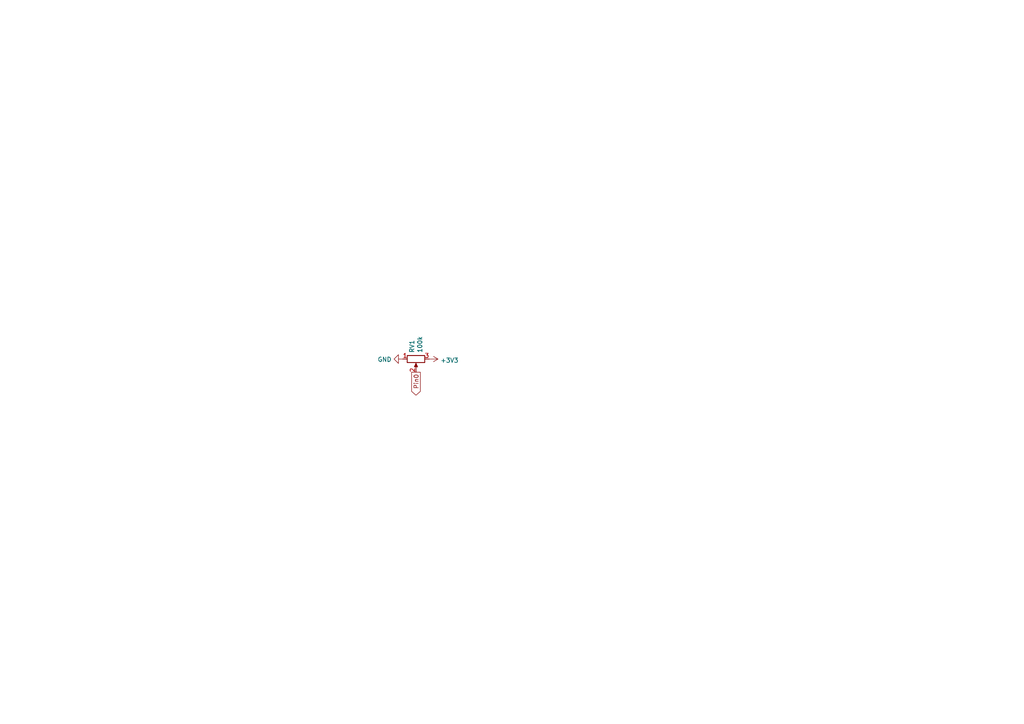
<source format=kicad_sch>
(kicad_sch (version 20211123) (generator eeschema)
  (paper "A4")
  (lib_symbols
    (symbol "Device:R_Potentiometer" (pin_names (offset 1.016) hide)
      (property "Reference" "RV" (at -4.445 0 90))
      (property "Value" "R_Potentiometer" (at -2.54 0 90))
      (symbol "R_Potentiometer_0_1"
        (polyline (pts (xy 2.54 0) (xy 1.524 0)))
        (polyline (pts (xy 1.143 0) (xy 2.286 0.508) (xy 2.286 -0.508) (xy 1.143 0)) (fill (type outline)))
        (rectangle (start 1.016 2.54) (end -1.016 -2.54) (stroke (width 0.254)))
      )
      (symbol "R_Potentiometer_1_1"
        (pin passive line (at 0 3.81 270) (length 1.27) (name "1") (number "1"))
        (pin passive line (at 3.81 0 180) (length 1.27) (name "2") (number "2"))
        (pin passive line (at 0 -3.81 90) (length 1.27) (name "3") (number "3"))
      )
    )
    (symbol "power:+3V3" (power) (pin_names (offset 0))
      (property "Value" "+3V3" (at 0 3.556 0))
      (symbol "+3V3_0_1"
        (polyline (pts (xy -0.762 1.27) (xy 0 2.54)))
        (polyline (pts (xy 0 0) (xy 0 2.54)))
        (polyline (pts (xy 0 2.54) (xy 0.762 1.27)))
      )
      (symbol "+3V3_1_1"
        (pin power_in line (at 0 0 90) (length 0) hide (name "+3V3") (number "1"))
      )
    )
    (symbol "power:GND" (power) (pin_names (offset 0))
      (property "Value" "GND" (at 0 -3.81 0))
      (symbol "GND_0_1"
        (polyline (pts (xy 0 0) (xy 0 -1.27) (xy 1.27 -1.27) (xy 0 -2.54) (xy -1.27 -1.27) (xy 0 -1.27)))
      )
      (symbol "GND_1_1"
        (pin power_in line (at 0 0 270) (length 0) hide (name "GND") (number "1"))
      )
    )
  )
  (global_label "Pin0" (shape output) (at 120.65 107.95 270) (property "Intersheet References" "${INTERSHEET_REFS}" (effects hide)))
  (symbol (lib_id "Device:R_Potentiometer") (at 120.65 104.14 90) (mirror x) (unit 1)
    (property "Reference" "RV1" (at 119.4816 102.362 0) (effects (justify right)))
    (property "Value" "100k" (at 121.793 102.362 0) (effects (justify right)))
    (property "Footprint" "Potentiometer_Thonk:SongHueiTallTrim9" (effects hide))
    (property "Device" "Potentiometer" (effects hide))
    (property "Description" "B100K - Song Huei TALL Trimmer Potentiometer" (effects hide))
    (property "Place" "No" (effects hide))
    (property "Dist" "Thonk" (effects hide))
    (property "DistPartNumber" "R0904N-B100K" (effects hide))
    (property "DistLink" "https://www.thonk.co.uk/shop/ttpots/" (effects hide))
    (property "Simulator" "erb::SongHuei9" (effects hide))
  )
  (symbol (lib_id "power:GND") (at 116.84 104.14 270) (unit 1)
    (property "Reference" "#PWR?" (effects hide))
    (property "Value" "GND" (at 113.5888 104.267 90) (effects (justify right)))
  )
  (symbol (lib_id "power:+3V3") (at 124.46 104.14 270) (unit 1)
    (property "Reference" "#PWR?" (effects hide))
    (property "Value" "+3V3" (at 127.7112 104.521 90) (effects (justify left)))
  )
)
</source>
